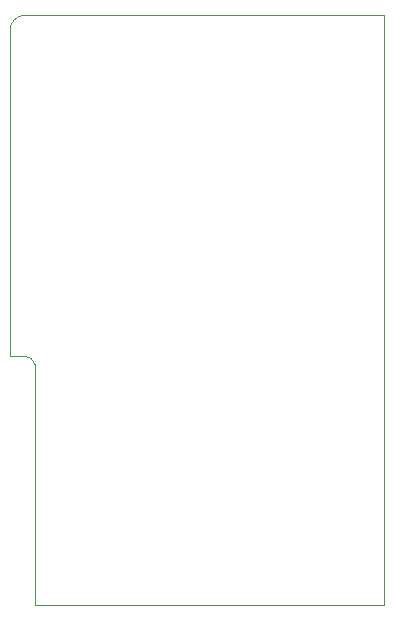
<source format=gbr>
G04 #@! TF.GenerationSoftware,KiCad,Pcbnew,(5.1.5-0-10_14)*
G04 #@! TF.CreationDate,2020-06-15T10:40:47+02:00*
G04 #@! TF.ProjectId,WEMOS_Adapter,57454d4f-535f-4416-9461-707465722e6b,rev?*
G04 #@! TF.SameCoordinates,Original*
G04 #@! TF.FileFunction,Profile,NP*
%FSLAX46Y46*%
G04 Gerber Fmt 4.6, Leading zero omitted, Abs format (unit mm)*
G04 Created by KiCad (PCBNEW (5.1.5-0-10_14)) date 2020-06-15 10:40:47*
%MOMM*%
%LPD*%
G04 APERTURE LIST*
%ADD10C,0.100000*%
G04 APERTURE END LIST*
D10*
X41503351Y-29693125D02*
G75*
G02X42773600Y-28397200I1295648J526D01*
G01*
X42773709Y-57277010D02*
G75*
G02X43611800Y-57964918I-50908J-916507D01*
G01*
X41503600Y-57277000D02*
X42773709Y-57277010D01*
X73177400Y-28371800D02*
X73202800Y-78308200D01*
X42773600Y-28397200D02*
X73177400Y-28371800D01*
X41503600Y-57277000D02*
X41503600Y-29692600D01*
X43611800Y-78308200D02*
X43611800Y-57964918D01*
X73202800Y-78308200D02*
X43611800Y-78308200D01*
M02*

</source>
